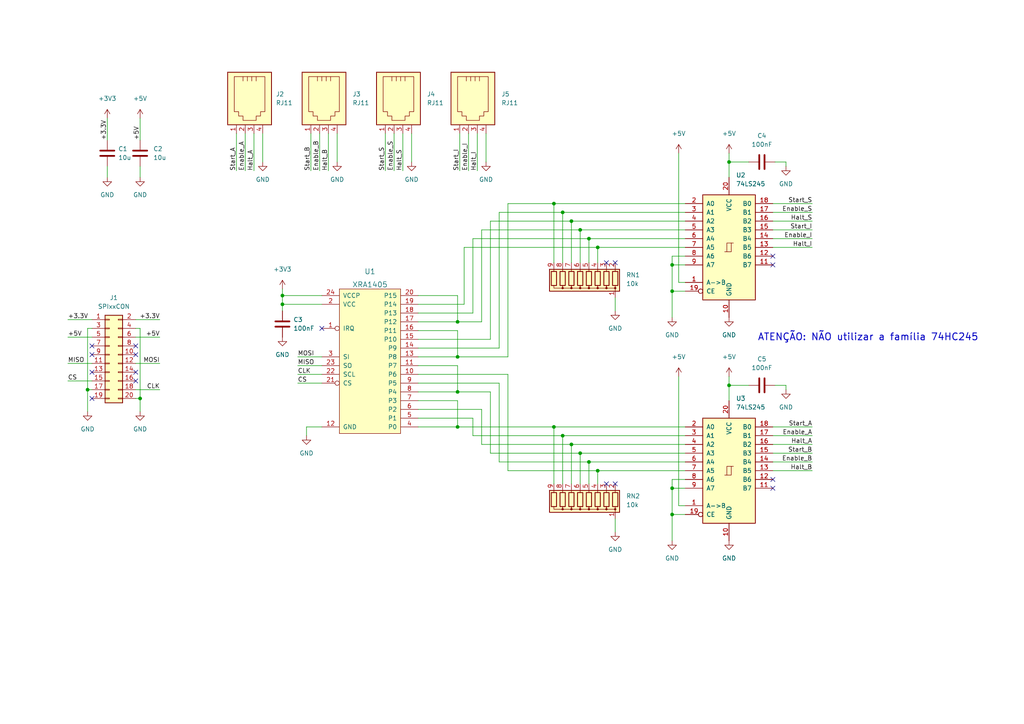
<source format=kicad_sch>
(kicad_sch (version 20211123) (generator eeschema)
  (paper "A4")
  (title_block (title "EPU Interface Board") (date "2022-10-10") (rev "v0.1") (comment 1 "Interface board for EPU control") (comment 2 "Robert Polli & Rogério Marcondeli"))
  (lib_symbols
    (symbol "74xx:74HC245" (pin_names (offset 1.016))
      (property "Reference" "U" (at -7.62 16.51 0))
      (property "Value" "74HC245" (at -7.62 -16.51 0))
      (symbol "74HC245_1_0"
        (polyline (pts (xy -0.635 -1.27) (xy -0.635 1.27) (xy 0.635 1.27)))
        (polyline (pts (xy -1.27 -1.27) (xy 0.635 -1.27) (xy 0.635 1.27) (xy 1.27 1.27)))
        (pin input line (at -12.7 -10.16 0) (length 5.08) (name "A->B") (number "1"))
        (pin power_in line (at 0 -20.32 90) (length 5.08) (name "GND") (number "10"))
        (pin tri_state line (at 12.7 -5.08 180) (length 5.08) (name "B7") (number "11"))
        (pin tri_state line (at 12.7 -2.54 180) (length 5.08) (name "B6") (number "12"))
        (pin tri_state line (at 12.7 0 180) (length 5.08) (name "B5") (number "13"))
        (pin tri_state line (at 12.7 2.54 180) (length 5.08) (name "B4") (number "14"))
        (pin tri_state line (at 12.7 5.08 180) (length 5.08) (name "B3") (number "15"))
        (pin tri_state line (at 12.7 7.62 180) (length 5.08) (name "B2") (number "16"))
        (pin tri_state line (at 12.7 10.16 180) (length 5.08) (name "B1") (number "17"))
        (pin tri_state line (at 12.7 12.7 180) (length 5.08) (name "B0") (number "18"))
        (pin input inverted (at -12.7 -12.7 0) (length 5.08) (name "CE") (number "19"))
        (pin tri_state line (at -12.7 12.7 0) (length 5.08) (name "A0") (number "2"))
        (pin power_in line (at 0 20.32 270) (length 5.08) (name "VCC") (number "20"))
        (pin tri_state line (at -12.7 10.16 0) (length 5.08) (name "A1") (number "3"))
        (pin tri_state line (at -12.7 7.62 0) (length 5.08) (name "A2") (number "4"))
        (pin tri_state line (at -12.7 5.08 0) (length 5.08) (name "A3") (number "5"))
        (pin tri_state line (at -12.7 2.54 0) (length 5.08) (name "A4") (number "6"))
        (pin tri_state line (at -12.7 0 0) (length 5.08) (name "A5") (number "7"))
        (pin tri_state line (at -12.7 -2.54 0) (length 5.08) (name "A6") (number "8"))
        (pin tri_state line (at -12.7 -5.08 0) (length 5.08) (name "A7") (number "9"))
      )
      (symbol "74HC245_1_1"
        (rectangle (start -7.62 15.24) (end 7.62 -15.24) (stroke (width 0.254)) (fill (type background)))
      )
    )
    (symbol "Connector:RJ10" (pin_names (offset 1.016))
      (property "Reference" "J" (at -5.08 8.89 0))
      (property "Value" "RJ10" (at 2.54 8.89 0))
      (symbol "RJ10_0_1"
        (polyline (pts (xy -6.35 -0.635) (xy -5.08 -0.635) (xy -5.08 -0.635)))
        (polyline (pts (xy -6.35 0.635) (xy -5.08 0.635) (xy -5.08 0.635)))
        (polyline (pts (xy -6.35 1.905) (xy -5.08 1.905) (xy -5.08 1.905)))
        (polyline (pts (xy -6.35 3.175) (xy -5.08 3.175) (xy -5.08 3.175)))
        (polyline (pts (xy -6.35 -3.175) (xy -6.35 5.715) (xy -1.27 5.715) (xy 3.81 5.715) (xy 3.81 4.445) (xy 5.08 4.445) (xy 5.08 3.175) (xy 6.35 3.175) (xy 6.35 -0.635) (xy 5.08 -0.635) (xy 5.08 -1.905) (xy 3.81 -1.905) (xy 3.81 -3.175) (xy -6.35 -3.175) (xy -6.35 -3.175)))
        (rectangle (start 7.62 7.62) (end -7.62 -5.08) (stroke (width 0.254)) (fill (type background)))
      )
      (symbol "RJ10_1_1"
        (pin passive line (at 10.16 -2.54 180) (length 2.54) (name "~") (number "1"))
        (pin passive line (at 10.16 0 180) (length 2.54) (name "~") (number "2"))
        (pin passive line (at 10.16 2.54 180) (length 2.54) (name "~") (number "3"))
        (pin passive line (at 10.16 5.08 180) (length 2.54) (name "~") (number "4"))
      )
    )
    (symbol "Connector_Generic:Conn_02x10_Odd_Even" (pin_names (offset 1.016) hide)
      (property "Reference" "J" (at 1.27 12.7 0))
      (property "Value" "Conn_02x10_Odd_Even" (at 1.27 -15.24 0))
      (symbol "Conn_02x10_Odd_Even_1_1"
        (rectangle (start -1.27 -12.573) (end 0 -12.827) (stroke (width 0.1524)))
        (rectangle (start -1.27 -10.033) (end 0 -10.287) (stroke (width 0.1524)))
        (rectangle (start -1.27 -7.493) (end 0 -7.747) (stroke (width 0.1524)))
        (rectangle (start -1.27 -4.953) (end 0 -5.207) (stroke (width 0.1524)))
        (rectangle (start -1.27 -2.413) (end 0 -2.667) (stroke (width 0.1524)))
        (rectangle (start -1.27 0.127) (end 0 -0.127) (stroke (width 0.1524)))
        (rectangle (start -1.27 2.667) (end 0 2.413) (stroke (width 0.1524)))
        (rectangle (start -1.27 5.207) (end 0 4.953) (stroke (width 0.1524)))
        (rectangle (start -1.27 7.747) (end 0 7.493) (stroke (width 0.1524)))
        (rectangle (start -1.27 10.287) (end 0 10.033) (stroke (width 0.1524)))
        (rectangle (start -1.27 11.43) (end 3.81 -13.97) (stroke (width 0.254)) (fill (type background)))
        (rectangle (start 3.81 -12.573) (end 2.54 -12.827) (stroke (width 0.1524)))
        (rectangle (start 3.81 -10.033) (end 2.54 -10.287) (stroke (width 0.1524)))
        (rectangle (start 3.81 -7.493) (end 2.54 -7.747) (stroke (width 0.1524)))
        (rectangle (start 3.81 -4.953) (end 2.54 -5.207) (stroke (width 0.1524)))
        (rectangle (start 3.81 -2.413) (end 2.54 -2.667) (stroke (width 0.1524)))
        (rectangle (start 3.81 0.127) (end 2.54 -0.127) (stroke (width 0.1524)))
        (rectangle (start 3.81 2.667) (end 2.54 2.413) (stroke (width 0.1524)))
        (rectangle (start 3.81 5.207) (end 2.54 4.953) (stroke (width 0.1524)))
        (rectangle (start 3.81 7.747) (end 2.54 7.493) (stroke (width 0.1524)))
        (rectangle (start 3.81 10.287) (end 2.54 10.033) (stroke (width 0.1524)))
        (pin passive line (at -5.08 10.16 0) (length 3.81) (name "Pin_1") (number "1"))
        (pin passive line (at 7.62 0 180) (length 3.81) (name "Pin_10") (number "10"))
        (pin passive line (at -5.08 -2.54 0) (length 3.81) (name "Pin_11") (number "11"))
        (pin passive line (at 7.62 -2.54 180) (length 3.81) (name "Pin_12") (number "12"))
        (pin passive line (at -5.08 -5.08 0) (length 3.81) (name "Pin_13") (number "13"))
        (pin passive line (at 7.62 -5.08 180) (length 3.81) (name "Pin_14") (number "14"))
        (pin passive line (at -5.08 -7.62 0) (length 3.81) (name "Pin_15") (number "15"))
        (pin passive line (at 7.62 -7.62 180) (length 3.81) (name "Pin_16") (number "16"))
        (pin passive line (at -5.08 -10.16 0) (length 3.81) (name "Pin_17") (number "17"))
        (pin passive line (at 7.62 -10.16 180) (length 3.81) (name "Pin_18") (number "18"))
        (pin passive line (at -5.08 -12.7 0) (length 3.81) (name "Pin_19") (number "19"))
        (pin passive line (at 7.62 10.16 180) (length 3.81) (name "Pin_2") (number "2"))
        (pin passive line (at 7.62 -12.7 180) (length 3.81) (name "Pin_20") (number "20"))
        (pin passive line (at -5.08 7.62 0) (length 3.81) (name "Pin_3") (number "3"))
        (pin passive line (at 7.62 7.62 180) (length 3.81) (name "Pin_4") (number "4"))
        (pin passive line (at -5.08 5.08 0) (length 3.81) (name "Pin_5") (number "5"))
        (pin passive line (at 7.62 5.08 180) (length 3.81) (name "Pin_6") (number "6"))
        (pin passive line (at -5.08 2.54 0) (length 3.81) (name "Pin_7") (number "7"))
        (pin passive line (at 7.62 2.54 180) (length 3.81) (name "Pin_8") (number "8"))
        (pin passive line (at -5.08 0 0) (length 3.81) (name "Pin_9") (number "9"))
      )
    )
    (symbol "Controle:XRA1405" (pin_names (offset 1.016))
      (property "Reference" "U" (at 5.08 -21.59 0))
      (property "Value" "XRA1405" (at -4.445 -21.59 0))
      (property "Datasheet" "https://www.exar.com/common/content/document.ashx?id=20786" (at -1.27 -7.62 0))
      (symbol "XRA1405_0_1"
        (rectangle (start -9.525 21.59) (end 8.255 -20.32) (fill (type background)))
      )
      (symbol "XRA1405_1_1"
        (pin output inverted (at -14.605 10.16 0) (length 5.08) (name "IRQ") (number "1"))
        (pin bidirectional line (at 13.335 -3.175 180) (length 5.08) (name "P6") (number "10"))
        (pin bidirectional line (at 13.335 -0.635 180) (length 5.08) (name "P7") (number "11"))
        (pin power_in line (at -14.605 -18.415 0) (length 5.08) (name "GND") (number "12"))
        (pin bidirectional line (at 13.335 1.905 180) (length 5.08) (name "P8") (number "13"))
        (pin bidirectional line (at 13.335 4.445 180) (length 5.08) (name "P9") (number "14"))
        (pin bidirectional line (at 13.335 6.985 180) (length 5.08) (name "P10") (number "15"))
        (pin bidirectional line (at 13.335 9.525 180) (length 5.08) (name "P11") (number "16"))
        (pin bidirectional line (at 13.335 12.065 180) (length 5.08) (name "P12") (number "17"))
        (pin bidirectional line (at 13.335 14.605 180) (length 5.08) (name "P13") (number "18"))
        (pin bidirectional line (at 13.335 17.145 180) (length 5.08) (name "P14") (number "19"))
        (pin power_in line (at -14.605 17.145 0) (length 5.08) (name "VCC") (number "2"))
        (pin bidirectional line (at 13.335 19.685 180) (length 5.08) (name "P15") (number "20"))
        (pin input inverted (at -14.605 -5.715 0) (length 5.08) (name "CS") (number "21"))
        (pin input line (at -14.605 -3.175 0) (length 5.08) (name "SCL") (number "22"))
        (pin output line (at -14.605 -0.635 0) (length 5.08) (name "SO") (number "23"))
        (pin power_in line (at -14.605 19.685 0) (length 5.08) (name "VCCP") (number "24"))
        (pin input line (at -14.605 1.905 0) (length 5.08) (name "SI") (number "3"))
        (pin bidirectional line (at 13.335 -18.415 180) (length 5.08) (name "P0") (number "4"))
        (pin bidirectional line (at 13.335 -15.875 180) (length 5.08) (name "P1") (number "5"))
        (pin bidirectional line (at 13.335 -13.335 180) (length 5.08) (name "P2") (number "6"))
        (pin bidirectional line (at 13.335 -10.795 180) (length 5.08) (name "P3") (number "7"))
        (pin bidirectional line (at 13.335 -8.255 180) (length 5.08) (name "P4") (number "8"))
        (pin bidirectional line (at 13.335 -5.715 180) (length 5.08) (name "P5") (number "9"))
      )
    )
    (symbol "Device:C" (pin_numbers hide) (pin_names (offset 0.254))
      (property "Reference" "C" (at 0.635 2.54 0))
      (property "Value" "C" (at 0.635 -2.54 0))
      (symbol "C_0_1"
        (polyline (pts (xy -2.032 -0.762) (xy 2.032 -0.762)) (stroke (width 0.508)))
        (polyline (pts (xy -2.032 0.762) (xy 2.032 0.762)) (stroke (width 0.508)))
      )
      (symbol "C_1_1"
        (pin passive line (at 0 3.81 270) (length 2.794) (name "~") (number "1"))
        (pin passive line (at 0 -3.81 90) (length 2.794) (name "~") (number "2"))
      )
    )
    (symbol "Device:R_Network08" (pin_names (offset 0) hide)
      (property "Reference" "RN" (at -12.7 0 90))
      (property "Value" "R_Network08" (at 10.16 0 90))
      (symbol "R_Network08_0_1"
        (rectangle (start -11.43 -3.175) (end 8.89 3.175) (stroke (width 0.254)) (fill (type background)))
        (rectangle (start -10.922 1.524) (end -9.398 -2.54) (stroke (width 0.254)))
        (circle (center -10.16 2.286) (radius 0.254) (fill (type outline)))
        (rectangle (start -8.382 1.524) (end -6.858 -2.54) (stroke (width 0.254)))
        (circle (center -7.62 2.286) (radius 0.254) (fill (type outline)))
        (rectangle (start -5.842 1.524) (end -4.318 -2.54) (stroke (width 0.254)))
        (circle (center -5.08 2.286) (radius 0.254) (fill (type outline)))
        (rectangle (start -3.302 1.524) (end -1.778 -2.54) (stroke (width 0.254)))
        (circle (center -2.54 2.286) (radius 0.254) (fill (type outline)))
        (rectangle (start -0.762 1.524) (end 0.762 -2.54) (stroke (width 0.254)))
        (polyline (pts (xy -10.16 -2.54) (xy -10.16 -3.81)))
        (polyline (pts (xy -7.62 -2.54) (xy -7.62 -3.81)))
        (polyline (pts (xy -5.08 -2.54) (xy -5.08 -3.81)))
        (polyline (pts (xy -2.54 -2.54) (xy -2.54 -3.81)))
        (polyline (pts (xy 0 -2.54) (xy 0 -3.81)))
        (polyline (pts (xy 2.54 -2.54) (xy 2.54 -3.81)))
        (polyline (pts (xy 5.08 -2.54) (xy 5.08 -3.81)))
        (polyline (pts (xy 7.62 -2.54) (xy 7.62 -3.81)))
        (polyline (pts (xy -10.16 1.524) (xy -10.16 2.286) (xy -7.62 2.286) (xy -7.62 1.524)))
        (polyline (pts (xy -7.62 1.524) (xy -7.62 2.286) (xy -5.08 2.286) (xy -5.08 1.524)))
        (polyline (pts (xy -5.08 1.524) (xy -5.08 2.286) (xy -2.54 2.286) (xy -2.54 1.524)))
        (polyline (pts (xy -2.54 1.524) (xy -2.54 2.286) (xy 0 2.286) (xy 0 1.524)))
        (polyline (pts (xy 0 1.524) (xy 0 2.286) (xy 2.54 2.286) (xy 2.54 1.524)))
        (polyline (pts (xy 2.54 1.524) (xy 2.54 2.286) (xy 5.08 2.286) (xy 5.08 1.524)))
        (polyline (pts (xy 5.08 1.524) (xy 5.08 2.286) (xy 7.62 2.286) (xy 7.62 1.524)))
        (circle (center 0 2.286) (radius 0.254) (fill (type outline)))
        (rectangle (start 1.778 1.524) (end 3.302 -2.54) (stroke (width 0.254)))
        (circle (center 2.54 2.286) (radius 0.254) (fill (type outline)))
        (rectangle (start 4.318 1.524) (end 5.842 -2.54) (stroke (width 0.254)))
        (circle (center 5.08 2.286) (radius 0.254) (fill (type outline)))
        (rectangle (start 6.858 1.524) (end 8.382 -2.54) (stroke (width 0.254)))
      )
      (symbol "R_Network08_1_1"
        (pin passive line (at -10.16 5.08 270) (length 2.54) (name "common") (number "1"))
        (pin passive line (at -10.16 -5.08 90) (length 1.27) (name "R1") (number "2"))
        (pin passive line (at -7.62 -5.08 90) (length 1.27) (name "R2") (number "3"))
        (pin passive line (at -5.08 -5.08 90) (length 1.27) (name "R3") (number "4"))
        (pin passive line (at -2.54 -5.08 90) (length 1.27) (name "R4") (number "5"))
        (pin passive line (at 0 -5.08 90) (length 1.27) (name "R5") (number "6"))
        (pin passive line (at 2.54 -5.08 90) (length 1.27) (name "R6") (number "7"))
        (pin passive line (at 5.08 -5.08 90) (length 1.27) (name "R7") (number "8"))
        (pin passive line (at 7.62 -5.08 90) (length 1.27) (name "R8") (number "9"))
      )
    )
    (symbol "power:+3.3V" (power) (pin_names (offset 0))
      (property "Value" "+3.3V" (at 0 3.556 0))
      (symbol "+3.3V_0_1"
        (polyline (pts (xy -0.762 1.27) (xy 0 2.54)))
        (polyline (pts (xy 0 0) (xy 0 2.54)))
        (polyline (pts (xy 0 2.54) (xy 0.762 1.27)))
      )
      (symbol "+3.3V_1_1"
        (pin power_in line (at 0 0 90) (length 0) hide (name "+3V3") (number "1"))
      )
    )
    (symbol "power:+5V" (power) (pin_names (offset 0))
      (property "Value" "+5V" (at 0 3.556 0))
      (symbol "+5V_0_1"
        (polyline (pts (xy -0.762 1.27) (xy 0 2.54)))
        (polyline (pts (xy 0 0) (xy 0 2.54)))
        (polyline (pts (xy 0 2.54) (xy 0.762 1.27)))
      )
      (symbol "+5V_1_1"
        (pin power_in line (at 0 0 90) (length 0) hide (name "+5V") (number "1"))
      )
    )
    (symbol "power:GND" (power) (pin_names (offset 0))
      (property "Value" "GND" (at 0 -3.81 0))
      (symbol "GND_0_1"
        (polyline (pts (xy 0 0) (xy 0 -1.27) (xy 1.27 -1.27) (xy 0 -2.54) (xy -1.27 -1.27) (xy 0 -1.27)))
      )
      (symbol "GND_1_1"
        (pin power_in line (at 0 0 270) (length 0) hide (name "GND") (number "1"))
      )
    )
  )
  (junction (at 170.815 133.985))
  (junction (at 194.945 76.835))
  (junction (at 81.915 88.265))
  (junction (at 132.715 103.505))
  (junction (at 163.195 126.365))
  (junction (at 132.715 123.825))
  (junction (at 173.355 136.525))
  (junction (at 40.64 115.57))
  (junction (at 165.735 64.135))
  (junction (at 211.455 46.99))
  (junction (at 25.4 113.03))
  (junction (at 132.715 93.345))
  (junction (at 160.655 123.825))
  (junction (at 211.455 111.76))
  (junction (at 160.655 59.055))
  (junction (at 168.275 131.445))
  (junction (at 194.945 141.605))
  (junction (at 170.815 69.215))
  (junction (at 194.945 149.225))
  (junction (at 173.355 71.755))
  (junction (at 81.915 85.725))
  (junction (at 168.275 66.675))
  (junction (at 132.715 113.665))
  (junction (at 165.735 128.905))
  (junction (at 163.195 61.595))
  (junction (at 194.945 84.455))
  (no_connect (at 26.67 107.95))
  (no_connect (at 39.37 107.95))
  (no_connect (at 39.37 110.49))
  (no_connect (at 224.155 74.295))
  (no_connect (at 93.345 95.25))
  (no_connect (at 175.895 76.2))
  (no_connect (at 178.435 76.2))
  (no_connect (at 224.155 141.605))
  (no_connect (at 224.155 139.065))
  (no_connect (at 26.67 115.57))
  (no_connect (at 26.67 100.33))
  (no_connect (at 39.37 100.33))
  (no_connect (at 39.37 102.87))
  (no_connect (at 26.67 102.87))
  (no_connect (at 224.155 76.835))
  (no_connect (at 175.895 140.335))
  (no_connect (at 178.435 140.335))
  (wire (pts (xy 132.715 85.725) (xy 132.715 93.345)))
  (wire (pts (xy 194.945 84.455) (xy 194.945 92.075)))
  (wire (pts (xy 71.12 38.735) (xy 71.12 49.53)))
  (wire (pts (xy 39.37 105.41) (xy 46.355 105.41)))
  (wire (pts (xy 170.815 69.215) (xy 170.815 76.2)))
  (wire (pts (xy 139.7 118.745) (xy 121.285 118.745)))
  (wire (pts (xy 133.35 38.735) (xy 133.35 49.53)))
  (wire (pts (xy 198.755 128.905) (xy 165.735 128.905)))
  (wire (pts (xy 111.76 38.735) (xy 111.76 49.53)))
  (wire (pts (xy 81.915 83.82) (xy 81.915 85.725)))
  (wire (pts (xy 132.715 93.345) (xy 121.285 93.345)))
  (wire (pts (xy 135.89 38.735) (xy 135.89 49.53)))
  (wire (pts (xy 168.275 66.675) (xy 139.7 66.675)))
  (wire (pts (xy 90.17 38.735) (xy 90.17 49.53)))
  (wire (pts (xy 198.755 59.055) (xy 160.655 59.055)))
  (wire (pts (xy 224.155 71.755) (xy 235.585 71.755)))
  (wire (pts (xy 194.945 139.065) (xy 198.755 139.065)))
  (wire (pts (xy 31.115 34.29) (xy 31.115 40.64)))
  (wire (pts (xy 26.67 97.79) (xy 19.685 97.79)))
  (wire (pts (xy 144.78 133.985) (xy 144.78 111.125)))
  (wire (pts (xy 224.155 61.595) (xy 235.585 61.595)))
  (wire (pts (xy 40.64 115.57) (xy 39.37 115.57)))
  (wire (pts (xy 194.945 149.225) (xy 194.945 156.845)))
  (wire (pts (xy 132.715 106.045) (xy 132.715 113.665)))
  (wire (pts (xy 194.945 84.455) (xy 198.755 84.455)))
  (wire (pts (xy 25.4 113.03) (xy 25.4 95.25)))
  (wire (pts (xy 134.62 88.265) (xy 121.285 88.265)))
  (wire (pts (xy 39.37 97.79) (xy 46.355 97.79)))
  (wire (pts (xy 137.16 126.365) (xy 137.16 121.285)))
  (wire (pts (xy 168.275 131.445) (xy 168.275 140.335)))
  (wire (pts (xy 194.945 76.835) (xy 198.755 76.835)))
  (wire (pts (xy 68.58 38.735) (xy 68.58 49.53)))
  (wire (pts (xy 160.655 123.825) (xy 160.655 140.335)))
  (wire (pts (xy 86.36 108.585) (xy 93.345 108.585)))
  (wire (pts (xy 116.84 38.735) (xy 116.84 49.53)))
  (wire (pts (xy 39.37 92.71) (xy 46.355 92.71)))
  (wire (pts (xy 134.62 71.755) (xy 134.62 88.265)))
  (wire (pts (xy 170.815 133.985) (xy 198.755 133.985)))
  (wire (pts (xy 211.455 109.22) (xy 211.455 111.76)))
  (wire (pts (xy 170.815 69.215) (xy 137.16 69.215)))
  (wire (pts (xy 165.735 128.905) (xy 165.735 140.335)))
  (wire (pts (xy 227.965 113.03) (xy 227.965 111.76)))
  (wire (pts (xy 224.155 69.215) (xy 235.585 69.215)))
  (wire (pts (xy 147.32 103.505) (xy 132.715 103.505)))
  (wire (pts (xy 144.78 133.985) (xy 170.815 133.985)))
  (wire (pts (xy 76.2 38.735) (xy 76.2 46.99)))
  (wire (pts (xy 25.4 119.38) (xy 25.4 113.03)))
  (wire (pts (xy 147.32 59.055) (xy 147.32 103.505)))
  (wire (pts (xy 160.655 59.055) (xy 147.32 59.055)))
  (wire (pts (xy 194.945 76.835) (xy 194.945 84.455)))
  (wire (pts (xy 81.915 88.265) (xy 81.915 90.17)))
  (wire (pts (xy 227.965 111.76) (xy 224.79 111.76)))
  (wire (pts (xy 163.195 61.595) (xy 163.195 76.2)))
  (wire (pts (xy 198.755 66.675) (xy 168.275 66.675)))
  (wire (pts (xy 119.38 38.735) (xy 119.38 46.99)))
  (wire (pts (xy 114.3 38.735) (xy 114.3 49.53)))
  (wire (pts (xy 132.715 103.505) (xy 121.285 103.505)))
  (wire (pts (xy 196.85 44.45) (xy 196.85 81.915)))
  (wire (pts (xy 121.285 95.885) (xy 132.715 95.885)))
  (wire (pts (xy 132.715 113.665) (xy 121.285 113.665)))
  (wire (pts (xy 198.755 61.595) (xy 163.195 61.595)))
  (wire (pts (xy 40.64 119.38) (xy 40.64 115.57)))
  (wire (pts (xy 121.285 85.725) (xy 132.715 85.725)))
  (wire (pts (xy 144.78 111.125) (xy 121.285 111.125)))
  (wire (pts (xy 198.755 126.365) (xy 163.195 126.365)))
  (wire (pts (xy 81.915 85.725) (xy 93.345 85.725)))
  (wire (pts (xy 142.24 113.665) (xy 132.715 113.665)))
  (wire (pts (xy 173.355 136.525) (xy 173.355 140.335)))
  (wire (pts (xy 160.655 123.825) (xy 198.755 123.825)))
  (wire (pts (xy 227.965 46.99) (xy 224.79 46.99)))
  (wire (pts (xy 211.455 46.99) (xy 217.17 46.99)))
  (wire (pts (xy 147.32 136.525) (xy 173.355 136.525)))
  (wire (pts (xy 224.155 136.525) (xy 235.585 136.525)))
  (wire (pts (xy 25.4 113.03) (xy 26.67 113.03)))
  (wire (pts (xy 224.155 64.135) (xy 235.585 64.135)))
  (wire (pts (xy 198.755 69.215) (xy 170.815 69.215)))
  (wire (pts (xy 81.915 85.725) (xy 81.915 88.265)))
  (wire (pts (xy 81.915 88.265) (xy 93.345 88.265)))
  (wire (pts (xy 139.7 93.345) (xy 132.715 93.345)))
  (wire (pts (xy 132.715 123.825) (xy 160.655 123.825)))
  (wire (pts (xy 198.755 81.915) (xy 196.85 81.915)))
  (wire (pts (xy 139.7 128.905) (xy 139.7 118.745)))
  (wire (pts (xy 26.67 110.49) (xy 19.685 110.49)))
  (wire (pts (xy 40.64 48.26) (xy 40.64 51.435)))
  (wire (pts (xy 140.97 38.735) (xy 140.97 46.99)))
  (wire (pts (xy 40.64 34.29) (xy 40.64 40.64)))
  (wire (pts (xy 173.355 71.755) (xy 134.62 71.755)))
  (wire (pts (xy 160.655 59.055) (xy 160.655 76.2)))
  (wire (pts (xy 26.67 105.41) (xy 19.685 105.41)))
  (wire (pts (xy 224.155 131.445) (xy 235.585 131.445)))
  (wire (pts (xy 142.24 64.135) (xy 142.24 98.425)))
  (wire (pts (xy 194.945 141.605) (xy 194.945 149.225)))
  (wire (pts (xy 25.4 95.25) (xy 26.67 95.25)))
  (wire (pts (xy 165.735 128.905) (xy 139.7 128.905)))
  (wire (pts (xy 163.195 126.365) (xy 163.195 140.335)))
  (wire (pts (xy 194.945 74.295) (xy 198.755 74.295)))
  (wire (pts (xy 165.735 64.135) (xy 142.24 64.135)))
  (wire (pts (xy 194.945 141.605) (xy 198.755 141.605)))
  (wire (pts (xy 170.815 133.985) (xy 170.815 140.335)))
  (wire (pts (xy 73.66 38.735) (xy 73.66 49.53)))
  (wire (pts (xy 194.945 74.295) (xy 194.945 76.835)))
  (wire (pts (xy 194.945 139.065) (xy 194.945 141.605)))
  (wire (pts (xy 137.16 69.215) (xy 137.16 90.805)))
  (wire (pts (xy 144.78 100.965) (xy 121.285 100.965)))
  (wire (pts (xy 211.455 44.45) (xy 211.455 46.99)))
  (wire (pts (xy 92.71 38.735) (xy 92.71 49.53)))
  (wire (pts (xy 88.9 123.825) (xy 93.345 123.825)))
  (wire (pts (xy 142.24 131.445) (xy 142.24 113.665)))
  (wire (pts (xy 224.155 128.905) (xy 235.585 128.905)))
  (wire (pts (xy 39.37 113.03) (xy 46.355 113.03)))
  (wire (pts (xy 178.435 150.495) (xy 178.435 154.305)))
  (wire (pts (xy 86.36 103.505) (xy 93.345 103.505)))
  (wire (pts (xy 224.155 59.055) (xy 235.585 59.055)))
  (wire (pts (xy 40.64 95.25) (xy 39.37 95.25)))
  (wire (pts (xy 88.9 126.365) (xy 88.9 123.825)))
  (wire (pts (xy 86.36 111.125) (xy 93.345 111.125)))
  (wire (pts (xy 132.715 95.885) (xy 132.715 103.505)))
  (wire (pts (xy 227.965 48.26) (xy 227.965 46.99)))
  (wire (pts (xy 224.155 133.985) (xy 235.585 133.985)))
  (wire (pts (xy 132.715 116.205) (xy 132.715 123.825)))
  (wire (pts (xy 147.32 108.585) (xy 121.285 108.585)))
  (wire (pts (xy 224.155 126.365) (xy 235.585 126.365)))
  (wire (pts (xy 168.275 131.445) (xy 198.755 131.445)))
  (wire (pts (xy 224.155 123.825) (xy 235.585 123.825)))
  (wire (pts (xy 165.735 64.135) (xy 165.735 76.2)))
  (wire (pts (xy 211.455 46.99) (xy 211.455 51.435)))
  (wire (pts (xy 173.355 71.755) (xy 173.355 76.2)))
  (wire (pts (xy 97.79 38.735) (xy 97.79 46.99)))
  (wire (pts (xy 196.85 109.22) (xy 196.85 146.685)))
  (wire (pts (xy 31.115 48.26) (xy 31.115 51.435)))
  (wire (pts (xy 173.355 136.525) (xy 198.755 136.525)))
  (wire (pts (xy 211.455 111.76) (xy 217.17 111.76)))
  (wire (pts (xy 198.755 64.135) (xy 165.735 64.135)))
  (wire (pts (xy 194.945 149.225) (xy 198.755 149.225)))
  (wire (pts (xy 139.7 66.675) (xy 139.7 93.345)))
  (wire (pts (xy 137.16 90.805) (xy 121.285 90.805)))
  (wire (pts (xy 224.155 66.675) (xy 235.585 66.675)))
  (wire (pts (xy 86.36 106.045) (xy 93.345 106.045)))
  (wire (pts (xy 198.755 71.755) (xy 173.355 71.755)))
  (wire (pts (xy 40.64 115.57) (xy 40.64 95.25)))
  (wire (pts (xy 26.67 92.71) (xy 19.685 92.71)))
  (wire (pts (xy 178.435 86.36) (xy 178.435 90.17)))
  (wire (pts (xy 163.195 61.595) (xy 144.78 61.595)))
  (wire (pts (xy 211.455 111.76) (xy 211.455 116.205)))
  (wire (pts (xy 121.285 123.825) (xy 132.715 123.825)))
  (wire (pts (xy 163.195 126.365) (xy 137.16 126.365)))
  (wire (pts (xy 138.43 38.735) (xy 138.43 49.53)))
  (wire (pts (xy 121.285 106.045) (xy 132.715 106.045)))
  (wire (pts (xy 142.24 131.445) (xy 168.275 131.445)))
  (wire (pts (xy 198.755 146.685) (xy 196.85 146.685)))
  (wire (pts (xy 168.275 66.675) (xy 168.275 76.2)))
  (wire (pts (xy 95.25 38.735) (xy 95.25 49.53)))
  (wire (pts (xy 137.16 121.285) (xy 121.285 121.285)))
  (wire (pts (xy 142.24 98.425) (xy 121.285 98.425)))
  (wire (pts (xy 144.78 61.595) (xy 144.78 100.965)))
  (wire (pts (xy 147.32 136.525) (xy 147.32 108.585)))
  (wire (pts (xy 121.285 116.205) (xy 132.715 116.205)))
  (text "ATENÇÃO: NÃO utilizar a família 74HC245" (at 219.71 99.06 0) (effects (font (size 2 2) (thickness 0.254) bold) (justify left bottom)))
  (label "MISO" (at 86.36 106.045 0))
  (label "Halt_I" (at 138.43 49.53 90))
  (label "MOSI" (at 86.36 103.505 0))
  (label "Start_S" (at 235.585 59.055 180))
  (label "Enable_A" (at 235.585 126.365 180))
  (label "Enable_B" (at 235.585 133.985 180))
  (label "Halt_A" (at 73.66 49.53 90))
  (label "Start_B" (at 235.585 131.445 180))
  (label "Enable_S" (at 235.585 61.595 180))
  (label "Halt_B" (at 95.25 49.53 90))
  (label "Enable_I" (at 135.89 49.53 90))
  (label "+3.3V" (at 19.685 92.71 0))
  (label "Enable_B" (at 92.71 49.53 90))
  (label "Halt_B" (at 235.585 136.525 180))
  (label "Start_I" (at 235.585 66.675 180))
  (label "+5V" (at 46.355 97.79 180))
  (label "+5V" (at 40.64 40.64 90))
  (label "Start_A" (at 235.585 123.825 180))
  (label "Halt_A" (at 235.585 128.905 180))
  (label "CS" (at 19.685 110.49 0))
  (label "Start_I" (at 133.35 49.53 90))
  (label "Halt_I" (at 235.585 71.755 180))
  (label "Start_S" (at 111.76 49.53 90))
  (label "+3.3V" (at 31.115 40.64 90))
  (label "CS" (at 86.36 111.125 0))
  (label "Start_B" (at 90.17 49.53 90))
  (label "Enable_S" (at 114.3 49.53 90))
  (label "CLK" (at 86.36 108.585 0))
  (label "MOSI" (at 46.355 105.41 180))
  (label "+3.3V" (at 46.355 92.71 180))
  (label "Enable_I" (at 235.585 69.215 180))
  (label "Enable_A" (at 71.12 49.53 90))
  (label "MISO" (at 19.685 105.41 0))
  (label "+5V" (at 19.685 97.79 0))
  (label "Halt_S" (at 235.585 64.135 180))
  (label "CLK" (at 46.355 113.03 180))
  (label "Halt_S" (at 116.84 49.53 90))
  (label "Start_A" (at 68.58 49.53 90))
  (symbol (lib_id "power:+5V") (at 211.455 44.45 0) (unit 1)
    (property "Reference" "#PWR020" (effects hide))
    (property "Value" "+5V" (at 211.455 38.735 0))
  )
  (symbol (lib_id "power:GND") (at 25.4 119.38 0) (unit 1)
    (property "Reference" "#PWR0103" (effects hide))
    (property "Value" "GND" (at 25.4 124.46 0))
  )
  (symbol (lib_id "power:GND") (at 178.435 154.305 0) (unit 1)
    (property "Reference" "#PWR0111" (effects hide))
    (property "Value" "GND" (at 178.435 159.385 0))
  )
  (symbol (lib_id "Device:C") (at 220.98 111.76 270) (unit 1)
    (property "Reference" "C5" (at 220.98 104.14 90))
    (property "Value" "100nF" (at 220.98 106.68 90))
    (property "Footprint" "Capacitor_SMD:C_0805_2012Metric" (effects hide))
  )
  (symbol (lib_id "Device:C") (at 220.98 46.99 270) (unit 1)
    (property "Reference" "C4" (at 220.98 39.37 90))
    (property "Value" "100nF" (at 220.98 41.91 90))
    (property "Footprint" "Capacitor_SMD:C_0805_2012Metric" (effects hide))
  )
  (symbol (lib_id "Device:R_Network08") (at 168.275 81.28 180) (unit 1)
    (property "Reference" "RN1" (at 181.61 79.7559 0) (effects (justify right)))
    (property "Value" "10k" (at 181.61 82.2959 0) (effects (justify right)))
    (property "Footprint" "Resistor_THT:R_Array_SIP9" (effects hide))
    (property "Datasheet" "http://www.vishay.com/docs/31509/csc.pdf" (effects hide))
  )
  (symbol (lib_id "power:GND") (at 194.945 156.845 0) (unit 1)
    (property "Reference" "#PWR0112" (effects hide))
    (property "Value" "GND" (at 194.945 161.925 0))
  )
  (symbol (lib_id "power:GND") (at 211.455 156.845 0) (unit 1)
    (property "Reference" "#PWR0116" (effects hide))
    (property "Value" "GND" (at 211.455 161.925 0))
  )
  (symbol (lib_id "power:+5V") (at 196.85 109.22 0) (unit 1)
    (property "Reference" "#PWR019" (effects hide))
    (property "Value" "+5V" (at 196.85 103.505 0))
  )
  (symbol (lib_id "Device:R_Network08") (at 168.275 145.415 180) (unit 1)
    (property "Reference" "RN2" (at 181.61 143.8909 0) (effects (justify right)))
    (property "Value" "10k" (at 181.61 146.4309 0) (effects (justify right)))
    (property "Footprint" "Resistor_THT:R_Array_SIP9" (effects hide))
    (property "Datasheet" "http://www.vishay.com/docs/31509/csc.pdf" (effects hide))
  )
  (symbol (lib_id "power:GND") (at 211.455 92.075 0) (unit 1)
    (property "Reference" "#PWR0115" (effects hide))
    (property "Value" "GND" (at 211.455 97.155 0))
  )
  (symbol (lib_id "power:GND") (at 227.965 48.26 0) (unit 1)
    (property "Reference" "#PWR0118" (effects hide))
    (property "Value" "GND" (at 227.965 53.34 0))
  )
  (symbol (lib_id "Device:C") (at 81.915 93.98 0) (unit 1)
    (property "Reference" "C3" (at 85.09 92.7099 0) (effects (justify left)))
    (property "Value" "100nF" (at 85.09 95.2499 0) (effects (justify left)))
    (property "Footprint" "Capacitor_SMD:C_0805_2012Metric" (effects hide))
  )
  (symbol (lib_id "74xx:74HC245") (at 211.455 71.755 0) (unit 1)
    (property "Reference" "U2" (at 213.4744 50.8 0) (effects (justify left)))
    (property "Value" "74LS245" (at 213.4744 53.34 0) (effects (justify left)))
    (property "Footprint" "Package_SO:SOIC-20W_7.5x12.8mm_P1.27mm" (effects hide))
    (property "Datasheet" "http://www.ti.com/lit/gpn/sn74HC245" (effects hide))
  )
  (symbol (lib_id "Device:C") (at 31.115 44.45 0) (unit 1)
    (property "Reference" "C1" (at 34.29 43.1799 0) (effects (justify left)))
    (property "Value" "10u" (at 34.29 45.7199 0) (effects (justify left)))
    (property "Footprint" "Capacitor_SMD:C_0805_2012Metric" (effects hide))
  )
  (symbol (lib_id "power:+5V") (at 40.64 34.29 0) (unit 1)
    (property "Reference" "#PWR04" (effects hide))
    (property "Value" "+5V" (at 40.64 28.575 0))
  )
  (symbol (lib_id "power:+5V") (at 211.455 109.22 0) (unit 1)
    (property "Reference" "#PWR022" (effects hide))
    (property "Value" "+5V" (at 211.455 103.505 0))
  )
  (symbol (lib_id "power:GND") (at 194.945 92.075 0) (unit 1)
    (property "Reference" "#PWR0114" (effects hide))
    (property "Value" "GND" (at 194.945 97.155 0))
  )
  (symbol (lib_id "power:GND") (at 178.435 90.17 0) (unit 1)
    (property "Reference" "#PWR0113" (effects hide))
    (property "Value" "GND" (at 178.435 95.25 0))
  )
  (symbol (lib_id "power:GND") (at 40.64 119.38 0) (unit 1)
    (property "Reference" "#PWR0104" (effects hide))
    (property "Value" "GND" (at 40.64 124.46 0))
  )
  (symbol (lib_id "power:GND") (at 81.915 97.79 0) (unit 1)
    (property "Reference" "#PWR0101" (effects hide))
    (property "Value" "GND" (at 81.915 102.87 0))
  )
  (symbol (lib_id "power:GND") (at 119.38 46.99 0) (unit 1)
    (property "Reference" "#PWR0106" (effects hide))
    (property "Value" "GND" (at 119.38 52.07 0))
  )
  (symbol (lib_id "power:GND") (at 88.9 126.365 0) (unit 1)
    (property "Reference" "#PWR0102" (effects hide))
    (property "Value" "GND" (at 88.9 131.445 0))
  )
  (symbol (lib_id "74xx:74HC245") (at 211.455 136.525 0) (unit 1)
    (property "Reference" "U3" (at 213.4744 115.57 0) (effects (justify left)))
    (property "Value" "74LS245" (at 213.4744 118.11 0) (effects (justify left)))
    (property "Footprint" "Package_SO:SOIC-20W_7.5x12.8mm_P1.27mm" (effects hide))
    (property "Datasheet" "http://www.ti.com/lit/gpn/sn74HC245" (effects hide))
  )
  (symbol (lib_id "Connector:RJ10") (at 114.3 28.575 270) (unit 1)
    (property "Reference" "J4" (at 123.825 27.3049 90) (effects (justify left)))
    (property "Value" "RJ11" (at 123.825 29.8449 90) (effects (justify left)))
    (property "Footprint" "Controle:RJ11_2" (effects hide))
  )
  (symbol (lib_id "power:+5V") (at 196.85 44.45 0) (unit 1)
    (property "Reference" "#PWR018" (effects hide))
    (property "Value" "+5V" (at 196.85 38.735 0))
  )
  (symbol (lib_id "power:GND") (at 140.97 46.99 0) (unit 1)
    (property "Reference" "#PWR0105" (effects hide))
    (property "Value" "GND" (at 140.97 52.07 0))
  )
  (symbol (lib_id "Device:C") (at 40.64 44.45 0) (unit 1)
    (property "Reference" "C2" (at 44.45 43.1799 0) (effects (justify left)))
    (property "Value" "10u" (at 44.45 45.7199 0) (effects (justify left)))
    (property "Footprint" "Capacitor_SMD:C_0805_2012Metric" (effects hide))
  )
  (symbol (lib_id "power:GND") (at 76.2 46.99 0) (unit 1)
    (property "Reference" "#PWR0107" (effects hide))
    (property "Value" "GND" (at 76.2 52.07 0))
  )
  (symbol (lib_id "power:+3.3V") (at 81.915 83.82 0) (unit 1)
    (property "Reference" "#PWR08" (effects hide))
    (property "Value" "+3.3V" (at 81.915 78.105 0))
  )
  (symbol (lib_id "Controle:XRA1405") (at 107.95 105.41 0) (unit 1)
    (property "Reference" "U1" (at 107.315 78.74 0) (effects (font (size 1.524 1.524))))
    (property "Value" "XRA1405" (at 107.315 82.55 0) (effects (font (size 1.524 1.524))))
    (property "Footprint" "Package_SO:TSSOP-24_4.4x7.8mm_P0.65mm" (effects hide))
    (property "Datasheet" "https://www.exar.com/common/content/document.ashx?id=20786" (effects hide))
  )
  (symbol (lib_id "power:GND") (at 97.79 46.99 0) (unit 1)
    (property "Reference" "#PWR0108" (effects hide))
    (property "Value" "GND" (at 97.79 52.07 0))
  )
  (symbol (lib_id "Connector:RJ10") (at 135.89 28.575 270) (unit 1)
    (property "Reference" "J5" (at 145.415 27.3049 90) (effects (justify left)))
    (property "Value" "RJ11" (at 145.415 29.8449 90) (effects (justify left)))
    (property "Footprint" "Controle:RJ11_2" (effects hide))
  )
  (symbol (lib_id "power:GND") (at 31.115 51.435 0) (unit 1)
    (property "Reference" "#PWR0109" (effects hide))
    (property "Value" "GND" (at 31.115 56.515 0))
  )
  (symbol (lib_id "Connector:RJ10") (at 92.71 28.575 270) (unit 1)
    (property "Reference" "J3" (at 102.235 27.3049 90) (effects (justify left)))
    (property "Value" "RJ11" (at 102.235 29.8449 90) (effects (justify left)))
    (property "Footprint" "Controle:RJ11_2" (effects hide))
  )
  (symbol (lib_id "power:GND") (at 227.965 113.03 0) (unit 1)
    (property "Reference" "#PWR0117" (effects hide))
    (property "Value" "GND" (at 227.965 118.11 0))
  )
  (symbol (lib_id "Connector_Generic:Conn_02x10_Odd_Even") (at 31.75 102.87 0) (unit 1)
    (property "Reference" "J1" (at 33.02 86.36 0))
    (property "Value" "SPIxxCON" (at 33.02 88.9 0))
    (property "Footprint" "Connector_PinHeader_2.54mm:PinHeader_2x10_P2.54mm_Vertical" (effects hide))
  )
  (symbol (lib_id "power:+3.3V") (at 31.115 34.29 0) (unit 1)
    (property "Reference" "#PWR02" (effects hide))
    (property "Value" "+3.3V" (at 31.115 28.575 0))
  )
  (symbol (lib_id "power:GND") (at 40.64 51.435 0) (unit 1)
    (property "Reference" "#PWR0110" (effects hide))
    (property "Value" "GND" (at 40.64 56.515 0))
  )
  (symbol (lib_id "Connector:RJ10") (at 71.12 28.575 270) (unit 1)
    (property "Reference" "J2" (at 80.01 27.3049 90) (effects (justify left)))
    (property "Value" "RJ11" (at 80.01 29.8449 90) (effects (justify left)))
    (property "Footprint" "Controle:RJ11_2" (effects hide))
  )
)
</source>
